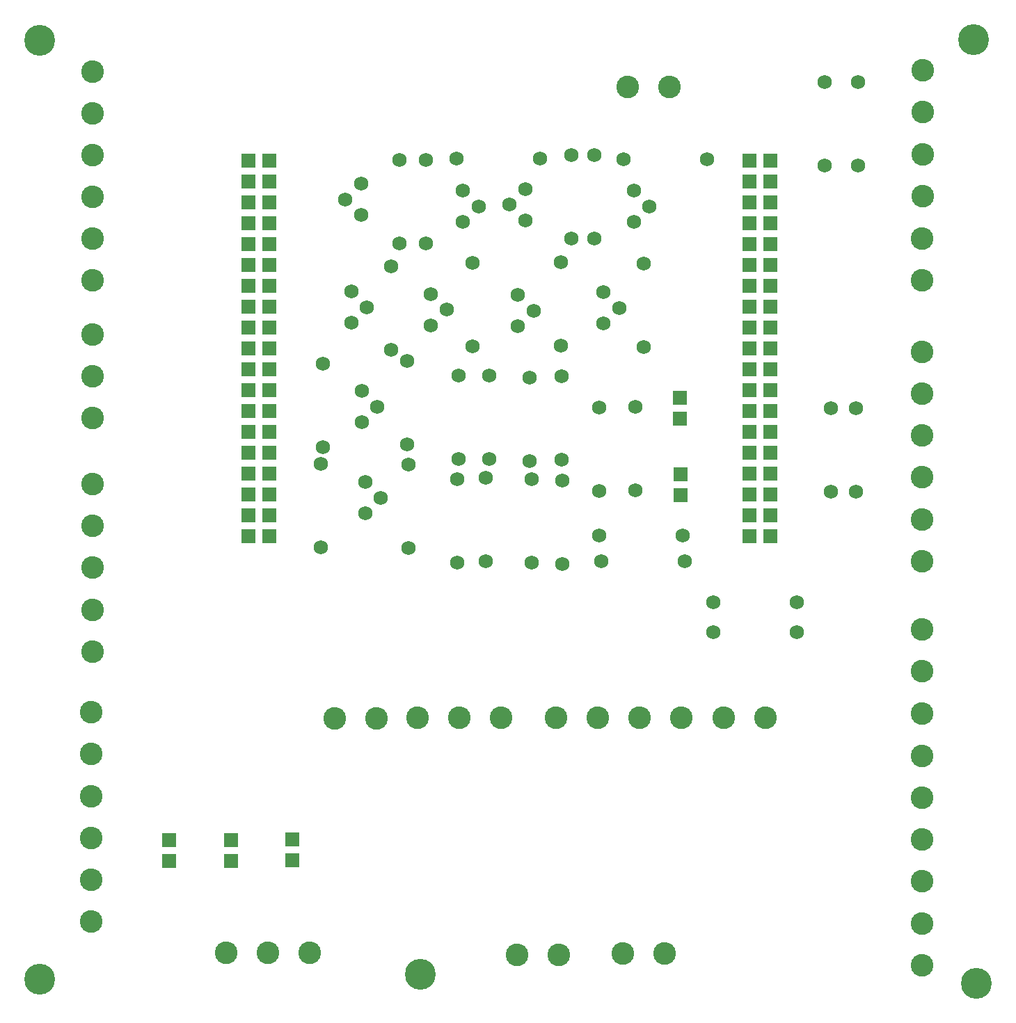
<source format=gbr>
G04 DesignSpark PCB Gerber Version 9.0 Build 5138 *
G04 #@! TF.Part,Single*
G04 #@! TF.FileFunction,Soldermask,Bot *
G04 #@! TF.FilePolarity,Negative *
%FSLAX35Y35*%
%MOIN*%
G04 #@! TA.AperFunction,ComponentPad*
%ADD75R,0.06906X0.06906*%
%ADD74C,0.06906*%
%ADD72R,0.05906X0.05906*%
%AMT72*0 Rounded Rectangle Pad at angle 90*4,1,24,0.03453,-0.03159,0.03453,0.03159,0.03438,0.03250,0.03396,0.03332,0.03331,0.03397,0.03250,0.03439,0.03159,0.03453,-0.03159,0.03453,-0.03250,0.03438,-0.03332,0.03396,-0.03397,0.03331,-0.03439,0.03250,-0.03453,0.03159,-0.03453,-0.03159,-0.03438,-0.03250,-0.03396,-0.03332,-0.03331,-0.03397,-0.03250,-0.03439,-0.03159,-0.03453,0.03159,-0.03453,0.03250,-0.03438,0.03332,-0.03396,0.03397,-0.03331,0.03439,-0.03250,0.03453,-0.03159,0*%
%ADD72T72*%
%ADD97C,0.10843*%
G04 #@! TA.AperFunction,WasherPad*
%ADD108C,0.14780*%
X0Y0D02*
D02*
D72*
X111392Y222848D03*
Y232848D03*
Y242848D03*
Y252848D03*
Y262848D03*
Y272848D03*
Y282848D03*
Y292848D03*
Y302848D03*
Y312848D03*
Y322848D03*
Y332848D03*
Y342848D03*
Y352848D03*
Y362848D03*
Y372848D03*
Y382848D03*
Y392848D03*
Y402848D03*
X121392Y222848D03*
Y232848D03*
Y242848D03*
Y252848D03*
Y262848D03*
Y272848D03*
Y282848D03*
Y292848D03*
Y302848D03*
Y312848D03*
Y322848D03*
Y332848D03*
Y342848D03*
Y352848D03*
Y362848D03*
Y372848D03*
Y382848D03*
Y392848D03*
Y402848D03*
X351392Y222848D03*
Y232848D03*
Y242848D03*
Y252848D03*
Y262848D03*
Y272848D03*
Y282848D03*
Y292848D03*
Y302848D03*
Y312848D03*
Y322848D03*
Y332848D03*
Y342848D03*
Y352848D03*
Y362848D03*
Y372848D03*
Y382848D03*
Y392848D03*
Y402848D03*
X361392Y222848D03*
Y232848D03*
Y242848D03*
Y252848D03*
Y262848D03*
Y272848D03*
Y282848D03*
Y292848D03*
Y302848D03*
Y312848D03*
Y322848D03*
Y332848D03*
Y342848D03*
Y352848D03*
Y362848D03*
Y372848D03*
Y382848D03*
Y392848D03*
Y402848D03*
D02*
D74*
X145919Y217337D03*
Y257337D03*
X147100Y265368D03*
Y305368D03*
X157711Y384128D03*
X160486Y325014D03*
Y340014D03*
X165211Y376628D03*
Y391628D03*
X165604Y277376D03*
Y292376D03*
X167179Y233675D03*
Y248675D03*
X167986Y332514D03*
X173104Y284876D03*
X174679Y241175D03*
X179778Y312219D03*
Y352219D03*
X183715Y363242D03*
Y403242D03*
X187258Y266943D03*
Y306943D03*
X188045Y217179D03*
Y257179D03*
X196313Y362986D03*
Y402986D03*
X198675Y323833D03*
Y338833D03*
X206175Y331333D03*
X211037Y403793D03*
X211274Y210093D03*
Y250093D03*
X212061Y259699D03*
Y299699D03*
X214030Y373439D03*
Y388439D03*
X218754Y313793D03*
Y353793D03*
X221530Y380939D03*
X225053Y210644D03*
Y250644D03*
X226628Y259856D03*
Y299856D03*
X236451Y381766D03*
X240407Y323439D03*
Y338439D03*
X243951Y374266D03*
Y389266D03*
X245919Y258675D03*
Y298675D03*
X247100Y210093D03*
Y250093D03*
X247907Y330939D03*
X251037Y403793D03*
X260880Y314187D03*
Y354187D03*
X261274Y259305D03*
Y299305D03*
X261667Y209463D03*
Y249463D03*
X265998Y365604D03*
Y405604D03*
X277022Y365368D03*
Y405368D03*
X279384Y223085D03*
Y244502D03*
Y284502D03*
X280329Y210880D03*
X281352Y324620D03*
Y339620D03*
X288852Y332120D03*
X290801Y403400D03*
X295919Y373439D03*
Y388439D03*
X296707Y244738D03*
Y284738D03*
X300644Y313400D03*
Y353400D03*
X303419Y380939D03*
X319384Y223085D03*
X320329Y210880D03*
X330801Y403400D03*
X333872Y176904D03*
X333911Y191234D03*
X373872Y176904D03*
X373911Y191234D03*
X387258Y400407D03*
Y440407D03*
X390407Y244148D03*
Y284148D03*
X402415Y244148D03*
Y284148D03*
X403281Y400407D03*
Y440407D03*
D02*
D75*
X73281Y67140D03*
Y77140D03*
X102809Y67061D03*
Y77061D03*
X132140Y67376D03*
Y77376D03*
X317967Y279226D03*
Y289226D03*
X318360Y242612D03*
Y252612D03*
D02*
D97*
X35880Y38045D03*
Y58045D03*
X35959Y78203D03*
Y98203D03*
Y118478D03*
Y138478D03*
X36510Y207730D03*
Y227809D03*
Y247809D03*
Y279384D03*
Y299463D03*
Y319463D03*
X36549Y167573D03*
Y187573D03*
Y345526D03*
Y365604D03*
Y385604D03*
X36628Y405447D03*
Y425526D03*
Y445526D03*
X100644Y23085D03*
X120722D03*
X140722D03*
X152573Y135565D03*
X172573D03*
X192376Y135644D03*
X212455D03*
X232455D03*
X239896Y22258D03*
X258636Y135644D03*
X259896Y22258D03*
X278715Y135644D03*
X290683Y22691D03*
X292848Y438045D03*
X298715Y135644D03*
X310683Y22691D03*
X312848Y438045D03*
X318754Y135683D03*
X338833D03*
X358833D03*
X433833Y251037D03*
Y271037D03*
Y291116D03*
Y311116D03*
X433872Y210880D03*
Y230880D03*
X434069Y77415D03*
Y97494D03*
Y117494D03*
Y137888D03*
Y157967D03*
Y177967D03*
X434108Y17258D03*
Y37258D03*
Y57337D03*
Y345526D03*
Y365526D03*
X434148Y385683D03*
Y405683D03*
Y425998D03*
Y445998D03*
D02*
D108*
X11274Y10486D03*
Y460486D03*
X193557Y12848D03*
X458518Y460880D03*
X460093Y8518D03*
X0Y0D02*
M02*

</source>
